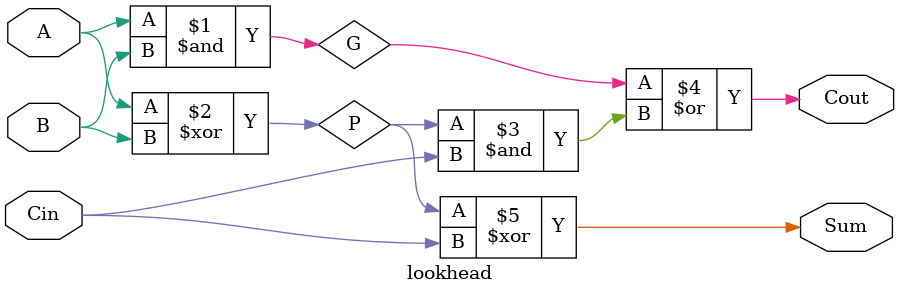
<source format=v>
`timescale 1ns / 1ps


module lookhead(input A,
  input B,
  input Cin, 
  output wire Sum, 
  output wire Cout  );
   wire G = A & B;
  wire P = A ^ B;
  assign Cout = G | (P & Cin);
  assign Sum = P ^ Cin;
endmodule

</source>
